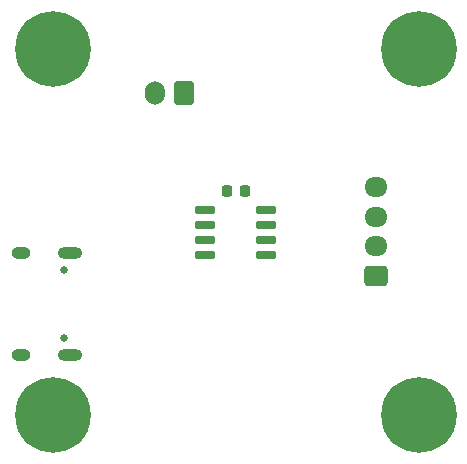
<source format=gbr>
%TF.GenerationSoftware,KiCad,Pcbnew,7.0.10*%
%TF.CreationDate,2024-02-04T10:39:00+08:00*%
%TF.ProjectId,42stepmotor,34327374-6570-46d6-9f74-6f722e6b6963,rev?*%
%TF.SameCoordinates,Original*%
%TF.FileFunction,Soldermask,Bot*%
%TF.FilePolarity,Negative*%
%FSLAX46Y46*%
G04 Gerber Fmt 4.6, Leading zero omitted, Abs format (unit mm)*
G04 Created by KiCad (PCBNEW 7.0.10) date 2024-02-04 10:39:00*
%MOMM*%
%LPD*%
G01*
G04 APERTURE LIST*
G04 Aperture macros list*
%AMRoundRect*
0 Rectangle with rounded corners*
0 $1 Rounding radius*
0 $2 $3 $4 $5 $6 $7 $8 $9 X,Y pos of 4 corners*
0 Add a 4 corners polygon primitive as box body*
4,1,4,$2,$3,$4,$5,$6,$7,$8,$9,$2,$3,0*
0 Add four circle primitives for the rounded corners*
1,1,$1+$1,$2,$3*
1,1,$1+$1,$4,$5*
1,1,$1+$1,$6,$7*
1,1,$1+$1,$8,$9*
0 Add four rect primitives between the rounded corners*
20,1,$1+$1,$2,$3,$4,$5,0*
20,1,$1+$1,$4,$5,$6,$7,0*
20,1,$1+$1,$6,$7,$8,$9,0*
20,1,$1+$1,$8,$9,$2,$3,0*%
G04 Aperture macros list end*
%ADD10RoundRect,0.250000X0.725000X-0.600000X0.725000X0.600000X-0.725000X0.600000X-0.725000X-0.600000X0*%
%ADD11O,1.950000X1.700000*%
%ADD12O,1.700000X2.000000*%
%ADD13RoundRect,0.250000X0.600000X0.750000X-0.600000X0.750000X-0.600000X-0.750000X0.600000X-0.750000X0*%
%ADD14C,0.650000*%
%ADD15O,2.100000X1.000000*%
%ADD16O,1.600000X1.000000*%
%ADD17C,0.800000*%
%ADD18C,6.400000*%
%ADD19RoundRect,0.150000X0.725000X0.150000X-0.725000X0.150000X-0.725000X-0.150000X0.725000X-0.150000X0*%
%ADD20RoundRect,0.225000X0.225000X0.250000X-0.225000X0.250000X-0.225000X-0.250000X0.225000X-0.250000X0*%
G04 APERTURE END LIST*
D10*
%TO.C,E2*%
X127400000Y-108200000D03*
D11*
X127400000Y-105700000D03*
X127400000Y-103200000D03*
X127400000Y-100700000D03*
%TD*%
D12*
%TO.C,J1*%
X108650000Y-92750000D03*
D13*
X111150000Y-92750000D03*
%TD*%
D14*
%TO.C,J2*%
X100940000Y-107710000D03*
X100940000Y-113490000D03*
D15*
X101470000Y-106280000D03*
D16*
X97290000Y-106280000D03*
D15*
X101470000Y-114920000D03*
D16*
X97290000Y-114920000D03*
%TD*%
D17*
%TO.C,H3*%
X128600000Y-89000000D03*
X129302944Y-87302944D03*
X129302944Y-90697056D03*
X131000000Y-86600000D03*
D18*
X131000000Y-89000000D03*
D17*
X131000000Y-91400000D03*
X132697056Y-87302944D03*
X132697056Y-90697056D03*
X133400000Y-89000000D03*
%TD*%
%TO.C,H2*%
X97600000Y-120000000D03*
X98302944Y-118302944D03*
X98302944Y-121697056D03*
X100000000Y-117600000D03*
D18*
X100000000Y-120000000D03*
D17*
X100000000Y-122400000D03*
X101697056Y-118302944D03*
X101697056Y-121697056D03*
X102400000Y-120000000D03*
%TD*%
%TO.C,H4*%
X97600000Y-89000000D03*
X98302944Y-87302944D03*
X98302944Y-90697056D03*
X100000000Y-86600000D03*
D18*
X100000000Y-89000000D03*
D17*
X100000000Y-91400000D03*
X101697056Y-87302944D03*
X101697056Y-90697056D03*
X102400000Y-89000000D03*
%TD*%
%TO.C,H1*%
X128600000Y-120000000D03*
X129302944Y-118302944D03*
X129302944Y-121697056D03*
X131000000Y-117600000D03*
D18*
X131000000Y-120000000D03*
D17*
X131000000Y-122400000D03*
X132697056Y-118302944D03*
X132697056Y-121697056D03*
X133400000Y-120000000D03*
%TD*%
D19*
%TO.C,U2*%
X118075000Y-102595000D03*
X118075000Y-103865000D03*
X118075000Y-105135000D03*
X118075000Y-106405000D03*
X112925000Y-106405000D03*
X112925000Y-105135000D03*
X112925000Y-103865000D03*
X112925000Y-102595000D03*
%TD*%
D20*
%TO.C,C14*%
X114725000Y-101000000D03*
X116275000Y-101000000D03*
%TD*%
M02*

</source>
